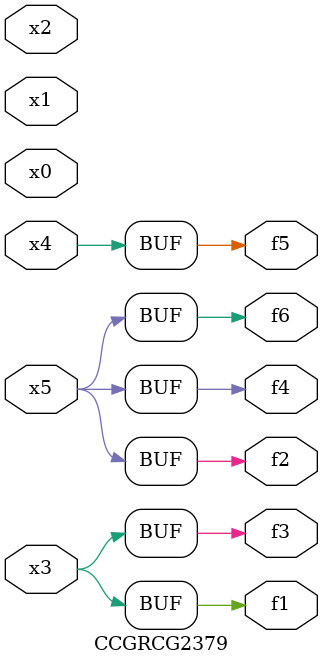
<source format=v>
module CCGRCG2379(
	input x0, x1, x2, x3, x4, x5,
	output f1, f2, f3, f4, f5, f6
);
	assign f1 = x3;
	assign f2 = x5;
	assign f3 = x3;
	assign f4 = x5;
	assign f5 = x4;
	assign f6 = x5;
endmodule

</source>
